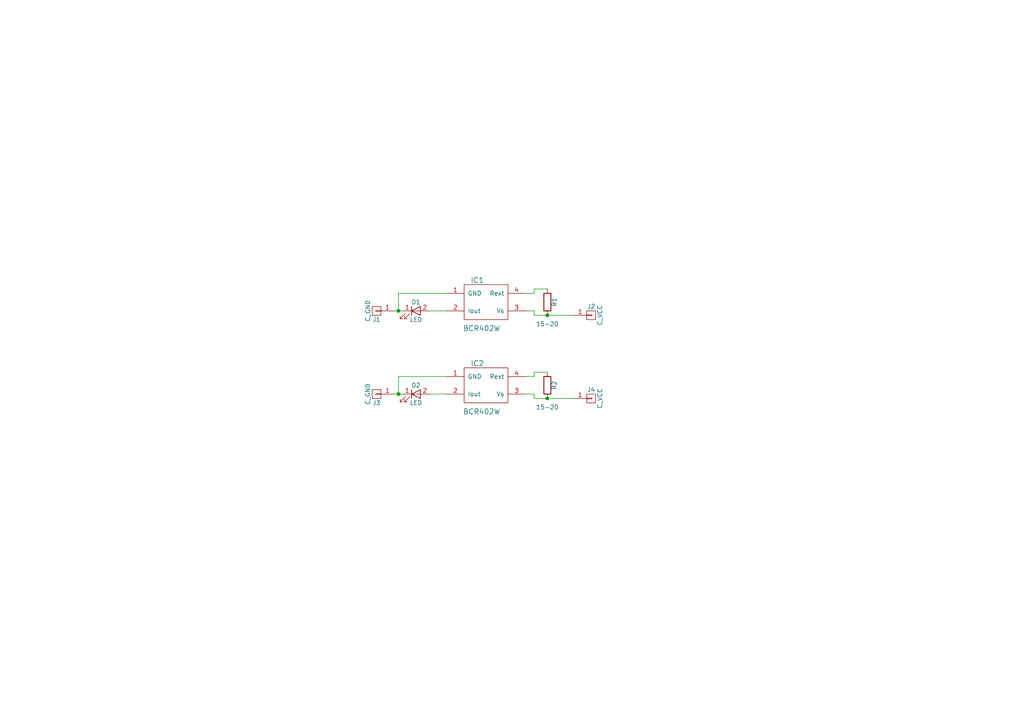
<source format=kicad_sch>
(kicad_sch (version 20230121) (generator eeschema)
  (paper "A4")
  (lib_symbols
    (symbol "SlimLightLED-rescue:CONN_01X01" (pin_names (offset 1.016) hide)
      (property "Reference" "J" (at 0 2.54 0))
      (property "Value" "CONN_01X01" (at 2.54 0 90))
      (symbol "CONN_01X01_0_1"
        (rectangle (start -1.27 0.127) (end 0.254 -0.127))
        (rectangle (start -1.27 1.27) (end 1.27 -1.27))
      )
      (symbol "CONN_01X01_1_1"
        (pin passive line (at -5.08 0 0) (length 3.81) (name "P1") (number "1"))
      )
    )
    (symbol "SlimLightLED-rescue:LED" (pin_names (offset 1.016) hide)
      (property "Reference" "D" (at 0 2.54 0))
      (property "Value" "LED" (at 0 -2.54 0))
      (symbol "LED_0_1"
        (polyline (pts (xy -1.27 -1.27) (xy -1.27 1.27)) (stroke (width 0.2032)))
        (polyline (pts (xy -1.27 0) (xy 1.27 0)))
        (polyline (pts (xy 1.27 -1.27) (xy 1.27 1.27) (xy -1.27 0) (xy 1.27 -1.27)) (stroke (width 0.2032)))
        (polyline (pts (xy -3.048 -0.762) (xy -4.572 -2.286) (xy -3.81 -2.286) (xy -4.572 -2.286) (xy -4.572 -1.524)))
        (polyline (pts (xy -1.778 -0.762) (xy -3.302 -2.286) (xy -2.54 -2.286) (xy -3.302 -2.286) (xy -3.302 -1.524)))
      )
      (symbol "LED_1_1"
        (pin passive line (at -3.81 0 0) (length 2.54) (name "K") (number "1"))
        (pin passive line (at 3.81 0 180) (length 2.54) (name "A") (number "2"))
      )
    )
    (symbol "SlimLightLED-rescue:R" (pin_numbers hide) (pin_names (offset 0))
      (property "Reference" "R" (at 2.032 0 90))
      (property "Value" "R" (at 0 0 90))
      (symbol "R_0_1"
        (rectangle (start -1.016 -2.54) (end 1.016 2.54) (stroke (width 0.254)))
      )
      (symbol "R_1_1"
        (pin passive line (at 0 3.81 270) (length 1.27) (name "~") (number "1"))
        (pin passive line (at 0 -3.81 90) (length 1.27) (name "~") (number "2"))
      )
    )
    (symbol "bcr402w:BCR402W" (pin_names (offset 1.016))
      (property "Reference" "IC" (at -2.54 6.35 0))
      (property "Value" "BCR402W" (at -1.27 -7.62 0))
      (symbol "BCR402W_0_1"
        (rectangle (start -6.35 5.08) (end 6.35 -5.08))
      )
      (symbol "BCR402W_1_1"
        (pin power_out line (at -11.43 2.54 0) (length 5.08) (name "GND") (number "1"))
        (pin power_out line (at -11.43 -2.54 0) (length 5.08) (name "Iout") (number "2"))
        (pin power_in line (at 11.43 -2.54 180) (length 5.08) (name "Vs") (number "3"))
        (pin passive line (at 11.43 2.54 180) (length 5.08) (name "Rext") (number "4"))
      )
    )
  )
  (junction (at 115.57 90.17))
  (junction (at 158.75 91.44))
  (junction (at 115.57 114.3))
  (junction (at 158.75 115.57))
  (wire (pts (xy 129.54 90.17) (xy 124.46 90.17)))
  (wire (pts (xy 154.94 115.57) (xy 154.94 114.3)))
  (wire (pts (xy 114.3 114.3) (xy 115.57 114.3)))
  (wire (pts (xy 154.94 85.09) (xy 154.94 83.82)))
  (wire (pts (xy 154.94 107.95) (xy 158.75 107.95)))
  (wire (pts (xy 115.57 109.22) (xy 115.57 114.3)))
  (wire (pts (xy 154.94 115.57) (xy 158.75 115.57)))
  (wire (pts (xy 158.75 91.44) (xy 166.37 91.44)))
  (wire (pts (xy 154.94 91.44) (xy 154.94 90.17)))
  (wire (pts (xy 152.4 85.09) (xy 154.94 85.09)))
  (wire (pts (xy 154.94 91.44) (xy 158.75 91.44)))
  (wire (pts (xy 154.94 114.3) (xy 152.4 114.3)))
  (wire (pts (xy 154.94 90.17) (xy 152.4 90.17)))
  (wire (pts (xy 115.57 90.17) (xy 116.84 90.17)))
  (wire (pts (xy 129.54 114.3) (xy 124.46 114.3)))
  (wire (pts (xy 154.94 109.22) (xy 154.94 107.95)))
  (wire (pts (xy 154.94 83.82) (xy 158.75 83.82)))
  (wire (pts (xy 115.57 85.09) (xy 115.57 90.17)))
  (wire (pts (xy 115.57 114.3) (xy 116.84 114.3)))
  (wire (pts (xy 129.54 109.22) (xy 115.57 109.22)))
  (wire (pts (xy 152.4 109.22) (xy 154.94 109.22)))
  (wire (pts (xy 114.3 90.17) (xy 115.57 90.17)))
  (wire (pts (xy 129.54 85.09) (xy 115.57 85.09)))
  (wire (pts (xy 158.75 115.57) (xy 166.37 115.57)))
  (symbol (lib_id "bcr402w:BCR402W") (at 140.97 87.63 0) (unit 1)
    (property "Reference" "IC1" (at 138.43 81.28 0) (effects (font (size 1.524 1.524))))
    (property "Value" "BCR402W" (at 139.7 95.25 0) (effects (font (size 1.524 1.524))))
    (property "Footprint" ".pretty:BCR402" (effects hide))
  )
  (symbol (lib_id "SlimLightLED-rescue:LED") (at 120.65 90.17 0) (unit 1)
    (property "Reference" "D1" (at 120.65 87.63 0))
    (property "Value" "LED" (at 120.65 92.71 0))
    (property "Footprint" ".pretty:5730" (effects hide))
  )
  (symbol (lib_id "SlimLightLED-rescue:R") (at 158.75 87.63 0) (unit 1)
    (property "Reference" "R1" (at 160.782 87.63 90))
    (property "Value" "15-20" (at 158.75 93.98 0))
    (property "Footprint" "Resistors_SMD:R_0402_NoSilk" (effects hide))
  )
  (symbol (lib_id "SlimLightLED-rescue:CONN_01X01") (at 171.45 91.44 0) (unit 1)
    (property "Reference" "J2" (at 171.45 88.9 0))
    (property "Value" "C_VCC" (at 173.99 91.44 90))
    (property "Footprint" ".pretty:Light_PAD" (effects hide))
  )
  (symbol (lib_id "SlimLightLED-rescue:CONN_01X01") (at 109.22 90.17 180) (unit 1)
    (property "Reference" "J1" (at 109.22 92.71 0))
    (property "Value" "C_GND" (at 106.68 90.17 90))
    (property "Footprint" ".pretty:Light_PAD" (effects hide))
  )
  (symbol (lib_id "bcr402w:BCR402W") (at 140.97 111.76 0) (unit 1)
    (property "Reference" "IC2" (at 138.43 105.41 0) (effects (font (size 1.524 1.524))))
    (property "Value" "BCR402W" (at 139.7 119.38 0) (effects (font (size 1.524 1.524))))
    (property "Footprint" ".pretty:BCR402" (effects hide))
  )
  (symbol (lib_id "SlimLightLED-rescue:LED") (at 120.65 114.3 0) (unit 1)
    (property "Reference" "D2" (at 120.65 111.76 0))
    (property "Value" "LED" (at 120.65 116.84 0))
    (property "Footprint" ".pretty:5730" (effects hide))
  )
  (symbol (lib_id "SlimLightLED-rescue:R") (at 158.75 111.76 0) (unit 1)
    (property "Reference" "R2" (at 160.782 111.76 90))
    (property "Value" "15-20" (at 158.75 118.11 0))
    (property "Footprint" "Resistors_SMD:R_0402_NoSilk" (effects hide))
  )
  (symbol (lib_id "SlimLightLED-rescue:CONN_01X01") (at 171.45 115.57 0) (unit 1)
    (property "Reference" "J4" (at 171.45 113.03 0))
    (property "Value" "C_VCC" (at 173.99 115.57 90))
    (property "Footprint" ".pretty:Light_PAD" (effects hide))
  )
  (symbol (lib_id "SlimLightLED-rescue:CONN_01X01") (at 109.22 114.3 180) (unit 1)
    (property "Reference" "J3" (at 109.22 116.84 0))
    (property "Value" "C_GND" (at 106.68 114.3 90))
    (property "Footprint" ".pretty:Light_PAD" (effects hide))
  )
)
</source>
